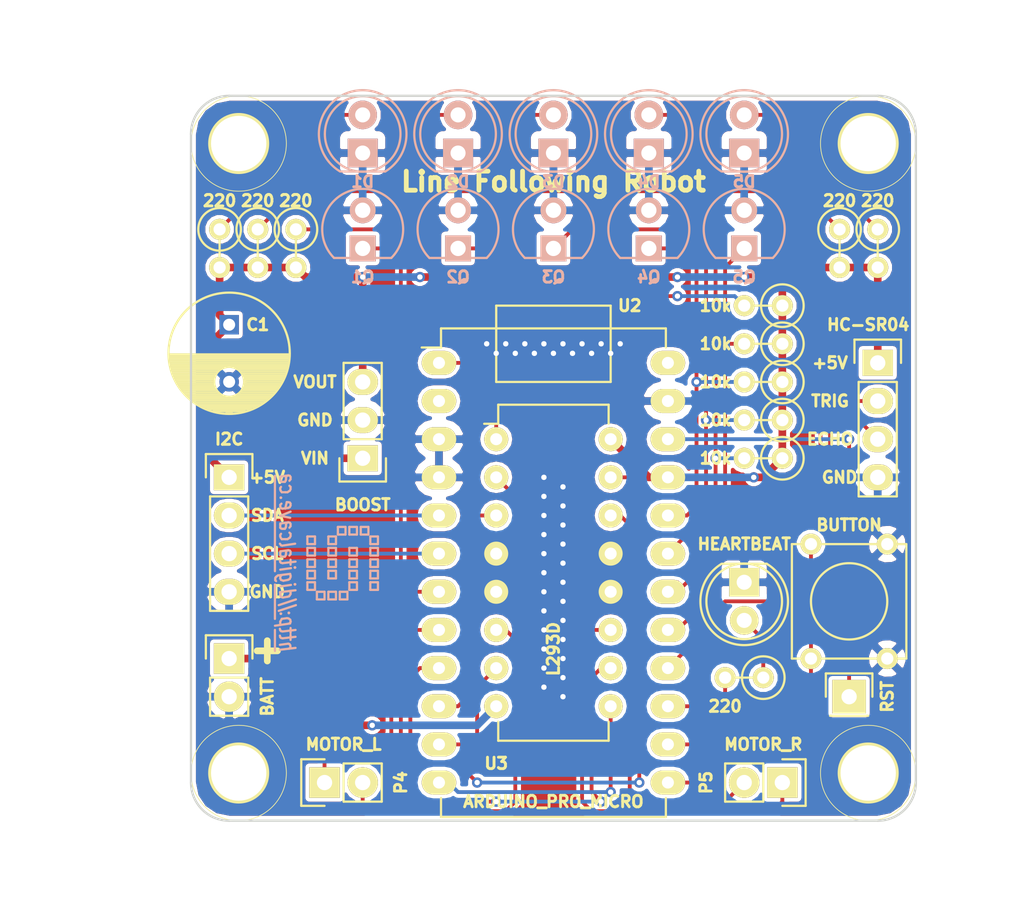
<source format=kicad_pcb>
(kicad_pcb (version 4) (host pcbnew 4.0.5)
  (layers (0 F.Cu signal hide) (31 B.Cu signal) (34 B.Paste user) (35 F.Paste user) (36 B.SilkS user) (37 F.SilkS user) (38 B.Mask user) (39 F.Mask user) (44 Edge.Cuts user))
  (net 0 "")
  (net 1 GND)
  (net 2 "Net-(D1-Pad2)")
  (net 3 "Net-(D2-Pad2)")
  (net 4 "Net-(D3-Pad2)")
  (net 5 "Net-(D4-Pad2)")
  (net 6 "Net-(D5-Pad2)")
  (net 7 "Net-(D6-Pad2)")
  (net 8 +5V)
  (net 9 /SDA)
  (net 10 /SCL)
  (net 11 "Net-(P2-Pad1)")
  (net 12 /DIST_TRIG)
  (net 13 /DIST_ECHO)
  (net 14 "Net-(P4-Pad1)")
  (net 15 "Net-(P4-Pad2)")
  (net 16 "Net-(P5-Pad1)")
  (net 17 "Net-(P5-Pad2)")
  (net 18 /ADC_4)
  (net 19 /ADC_1)
  (net 20 /ADC_2)
  (net 21 /ADC_3)
  (net 22 "Net-(R11-Pad2)")
  (net 23 +BATT)
  (net 24 "Net-(U2-Pad2)")
  (net 25 /MOTOR_R_3A)
  (net 26 /MOTOR_R_4A)
  (net 27 /MOTOR_L_1A)
  (net 28 /MOTOR_L_2A)
  (net 29 /MOTOR_R_EN)
  (net 30 /MOTOR_L_EN)
  (net 31 "Net-(U2-Pad24)")
  (net 32 /ADC_5)
  (net 33 "Net-(SW1-Pad2)")
  (module Pin_Headers:Pin_Header_Straight_1x04 (layer F.Cu) (at 88.9 78.74)
    (fp_text reference P3 hide)
    (fp_text value HC-SR04 (at -0.635 -2.54 180) (layer F.SilkS) (effects (font (size 0.762 0.762) (thickness 0.1905))))
    (fp_text user GND (at -2.54 7.62) (layer F.SilkS) (effects (font (size 0.762 0.762) (thickness 0.1905))))
    (fp_text user ECHO (at -3.175 5.08) (layer F.SilkS) (effects (font (size 0.762 0.762) (thickness 0.1905))))
    (fp_text user TRIG (at -3.175 2.54) (layer F.SilkS) (effects (font (size 0.762 0.762) (thickness 0.1905))))
    (fp_text user +5V (at -3.175 0) (layer F.SilkS) (effects (font (size 0.762 0.762) (thickness 0.1905))))
    (pad 1 thru_hole rect (at 0 0) (size 2.032 1.7272) (drill 1.016) (layers *.Cu *.Mask F.SilkS) (net 8 +5V))
    (pad 2 thru_hole oval (at 0 2.54) (size 2.032 1.7272) (drill 1.016) (layers *.Cu *.Mask F.SilkS) (net 12 /DIST_TRIG))
    (pad 3 thru_hole oval (at 0 5.08) (size 2.032 1.7272) (drill 1.016) (layers *.Cu *.Mask F.SilkS) (net 13 /DIST_ECHO))
    (pad 4 thru_hole oval (at 0 7.62) (size 2.032 1.7272) (drill 1.016) (layers *.Cu *.Mask F.SilkS) (net 1 GND))
  )
  (module Pin_Headers:Pin_Header_Straight_1x04 (layer F.Cu) (at 45.72 86.36)
    (fp_text reference P1 hide)
    (fp_text value I2C (at 0 -2.54) (layer F.SilkS) (effects (font (size 0.762 0.762) (thickness 0.1905))))
    (fp_text user GND (at 2.54 7.62) (layer F.SilkS) (effects (font (size 0.762 0.762) (thickness 0.1905))))
    (fp_text user +5V (at 2.54 0) (layer F.SilkS) (effects (font (size 0.762 0.762) (thickness 0.1905))))
    (fp_text user SCL (at 2.54 5.08) (layer F.SilkS) (effects (font (size 0.762 0.762) (thickness 0.1905))))
    (fp_text user SDA (at 2.54 2.54) (layer F.SilkS) (effects (font (size 0.762 0.762) (thickness 0.1905))))
    (pad 1 thru_hole rect (at 0 0) (size 2.032 1.7272) (drill 1.016) (layers *.Cu *.Mask F.SilkS) (net 8 +5V))
    (pad 2 thru_hole oval (at 0 2.54) (size 2.032 1.7272) (drill 1.016) (layers *.Cu *.Mask F.SilkS) (net 9 /SDA))
    (pad 3 thru_hole oval (at 0 5.08) (size 2.032 1.7272) (drill 1.016) (layers *.Cu *.Mask F.SilkS) (net 10 /SCL))
    (pad 4 thru_hole oval (at 0 7.62) (size 2.032 1.7272) (drill 1.016) (layers *.Cu *.Mask F.SilkS) (net 1 GND))
  )
  (module Pin_Headers:Pin_Header_Straight_1x03 (layer F.Cu) (at 54.61 85.09 180)
    (fp_text reference U1 hide)
    (fp_text value BOOST (at 0 -3.1 180) (layer F.SilkS) (effects (font (size 0.762 0.762) (thickness 0.1905))))
    (fp_text user VOUT (at 3.175 5.08 180) (layer F.SilkS) (effects (font (size 0.762 0.762) (thickness 0.1905))))
    (fp_text user GND (at 3.175 2.54 180) (layer F.SilkS) (effects (font (size 0.762 0.762) (thickness 0.1905))))
    (fp_text user VIN (at 3.175 0 180) (layer F.SilkS) (effects (font (size 0.762 0.762) (thickness 0.1905))))
    (pad 1 thru_hole rect (at 0 0 180) (size 2.032 1.7272) (drill 1.016) (layers *.Cu *.Mask F.SilkS) (net 23 +BATT))
    (pad 2 thru_hole oval (at 0 2.54 180) (size 2.032 1.7272) (drill 1.016) (layers *.Cu *.Mask F.SilkS) (net 1 GND))
    (pad 3 thru_hole oval (at 0 5.08 180) (size 2.032 1.7272) (drill 1.016) (layers *.Cu *.Mask F.SilkS) (net 8 +5V))
  )
  (module Pin_Headers:Pin_Header_Straight_1x02 (layer F.Cu) (at 45.72 98.425)
    (fp_text reference P6 hide)
    (fp_text value BATT (at 2.54 2.54 90) (layer F.SilkS) (effects (font (size 0.762 0.762) (thickness 0.1905))))
    (fp_text user + (at 2.54 -0.635) (layer F.SilkS) (effects (font (size 1.778 1.778) (thickness 0.4445))))
    (pad 1 thru_hole rect (at 0 0) (size 2.032 2.032) (drill 1.016) (layers *.Cu *.Mask F.SilkS) (net 23 +BATT))
    (pad 2 thru_hole oval (at 0 2.54) (size 2.032 2.032) (drill 1.016) (layers *.Cu *.Mask F.SilkS) (net 1 GND))
  )
  (module Housings_DIP:DIP-24_W15.24mm_LongPads (layer F.Cu) (at 59.69 78.74)
    (fp_text reference U2 (at 12.7 -3.81) (layer F.SilkS) (effects (font (size 0.762 0.762) (thickness 0.1905))))
    (fp_text value ARDUINO_PRO_MICRO (at 7.62 29.21) (layer F.SilkS) (effects (font (size 0.762 0.762) (thickness 0.1905))))
    (pad 1 thru_hole oval (at 0 0) (size 2.3 1.6) (drill 0.8) (layers *.Cu *.Mask F.SilkS) (net 30 /MOTOR_L_EN))
    (pad 2 thru_hole oval (at 0 2.54) (size 2.3 1.6) (drill 0.8) (layers *.Cu *.Mask F.SilkS) (net 24 "Net-(U2-Pad2)"))
    (pad 3 thru_hole oval (at 0 5.08) (size 2.3 1.6) (drill 0.8) (layers *.Cu *.Mask F.SilkS) (net 1 GND))
    (pad 4 thru_hole oval (at 0 7.62) (size 2.3 1.6) (drill 0.8) (layers *.Cu *.Mask F.SilkS) (net 1 GND))
    (pad 5 thru_hole oval (at 0 10.16) (size 2.3 1.6) (drill 0.8) (layers *.Cu *.Mask F.SilkS) (net 9 /SDA))
    (pad 6 thru_hole oval (at 0 12.7) (size 2.3 1.6) (drill 0.8) (layers *.Cu *.Mask F.SilkS) (net 10 /SCL))
    (pad 7 thru_hole oval (at 0 15.24) (size 2.3 1.6) (drill 0.8) (layers *.Cu *.Mask F.SilkS) (net 19 /ADC_1))
    (pad 8 thru_hole oval (at 0 17.78) (size 2.3 1.6) (drill 0.8) (layers *.Cu *.Mask F.SilkS) (net 25 /MOTOR_R_3A))
    (pad 9 thru_hole oval (at 0 20.32) (size 2.3 1.6) (drill 0.8) (layers *.Cu *.Mask F.SilkS) (net 26 /MOTOR_R_4A))
    (pad 10 thru_hole oval (at 0 22.86) (size 2.3 1.6) (drill 0.8) (layers *.Cu *.Mask F.SilkS) (net 27 /MOTOR_L_1A))
    (pad 11 thru_hole oval (at 0 25.4) (size 2.3 1.6) (drill 0.8) (layers *.Cu *.Mask F.SilkS) (net 28 /MOTOR_L_2A))
    (pad 12 thru_hole oval (at 0 27.94) (size 2.3 1.6) (drill 0.8) (layers *.Cu *.Mask F.SilkS) (net 29 /MOTOR_R_EN))
    (pad 13 thru_hole oval (at 15.24 27.94) (size 2.3 1.6) (drill 0.8) (layers *.Cu *.Mask F.SilkS) (net 13 /DIST_ECHO))
    (pad 14 thru_hole oval (at 15.24 25.4) (size 2.3 1.6) (drill 0.8) (layers *.Cu *.Mask F.SilkS) (net 33 "Net-(SW1-Pad2)"))
    (pad 15 thru_hole oval (at 15.24 22.86) (size 2.3 1.6) (drill 0.8) (layers *.Cu *.Mask F.SilkS) (net 22 "Net-(R11-Pad2)"))
    (pad 16 thru_hole oval (at 15.24 20.32) (size 2.3 1.6) (drill 0.8) (layers *.Cu *.Mask F.SilkS) (net 12 /DIST_TRIG))
    (pad 17 thru_hole oval (at 15.24 17.78) (size 2.3 1.6) (drill 0.8) (layers *.Cu *.Mask F.SilkS) (net 32 /ADC_5))
    (pad 18 thru_hole oval (at 15.24 15.24) (size 2.3 1.6) (drill 0.8) (layers *.Cu *.Mask F.SilkS) (net 20 /ADC_2))
    (pad 19 thru_hole oval (at 15.24 12.7) (size 2.3 1.6) (drill 0.8) (layers *.Cu *.Mask F.SilkS) (net 21 /ADC_3))
    (pad 20 thru_hole oval (at 15.24 10.16) (size 2.3 1.6) (drill 0.8) (layers *.Cu *.Mask F.SilkS) (net 18 /ADC_4))
    (pad 21 thru_hole oval (at 15.24 7.62) (size 2.3 1.6) (drill 0.8) (layers *.Cu *.Mask F.SilkS) (net 8 +5V))
    (pad 22 thru_hole oval (at 15.24 5.08) (size 2.3 1.6) (drill 0.8) (layers *.Cu *.Mask F.SilkS) (net 11 "Net-(P2-Pad1)"))
    (pad 23 thru_hole oval (at 15.24 2.54) (size 2.3 1.6) (drill 0.8) (layers *.Cu *.Mask F.SilkS) (net 1 GND))
    (pad 24 thru_hole oval (at 15.24 0) (size 2.3 1.6) (drill 0.8) (layers *.Cu *.Mask F.SilkS) (net 31 "Net-(U2-Pad24)"))
  )
  (module Pin_Headers:Pin_Header_Angled_2x01 (layer B.Cu) (at 80.01 69.85 90)
    (fp_text reference Q5 (at -3.175 0 360) (layer B.SilkS) (effects (font (size 0.762 0.762) (thickness 0.1905)) (justify mirror)))
    (fp_text value PHOTO_TRANSISTOR hide)
    (pad 1 thru_hole rect (at -1.27 0 90) (size 1.7272 1.7272) (drill 1.016) (layers *.Cu *.Mask B.SilkS) (net 32 /ADC_5))
    (pad 2 thru_hole oval (at 1.27 0 90) (size 1.7272 1.7272) (drill 1.016) (layers *.Cu *.Mask B.SilkS) (net 1 GND))
  )
  (module Pin_Headers:Pin_Header_Angled_2x01 (layer B.Cu) (at 73.66 69.85 90)
    (fp_text reference Q4 (at -3.175 0 360) (layer B.SilkS) (effects (font (size 0.762 0.762) (thickness 0.1905)) (justify mirror)))
    (fp_text value PHOTO_TRANSISTOR hide)
    (pad 1 thru_hole rect (at -1.27 0 90) (size 1.7272 1.7272) (drill 1.016) (layers *.Cu *.Mask B.SilkS) (net 18 /ADC_4))
    (pad 2 thru_hole oval (at 1.27 0 90) (size 1.7272 1.7272) (drill 1.016) (layers *.Cu *.Mask B.SilkS) (net 1 GND))
  )
  (module Pin_Headers:Pin_Header_Angled_2x01 (layer B.Cu) (at 67.31 69.85 90)
    (fp_text reference Q3 (at -3.175 0 360) (layer B.SilkS) (effects (font (size 0.762 0.762) (thickness 0.1905)) (justify mirror)))
    (fp_text value PHOTO_TRANSISTOR hide)
    (pad 1 thru_hole rect (at -1.27 0 90) (size 1.7272 1.7272) (drill 1.016) (layers *.Cu *.Mask B.SilkS) (net 21 /ADC_3))
    (pad 2 thru_hole oval (at 1.27 0 90) (size 1.7272 1.7272) (drill 1.016) (layers *.Cu *.Mask B.SilkS) (net 1 GND))
  )
  (module Pin_Headers:Pin_Header_Angled_2x01 (layer B.Cu) (at 60.96 69.85 90)
    (fp_text reference Q2 (at -3.175 0 360) (layer B.SilkS) (effects (font (size 0.762 0.762) (thickness 0.1905)) (justify mirror)))
    (fp_text value PHOTO_TRANSISTOR hide)
    (pad 1 thru_hole rect (at -1.27 0 90) (size 1.7272 1.7272) (drill 1.016) (layers *.Cu *.Mask B.SilkS) (net 20 /ADC_2))
    (pad 2 thru_hole oval (at 1.27 0 90) (size 1.7272 1.7272) (drill 1.016) (layers *.Cu *.Mask B.SilkS) (net 1 GND))
  )
  (module Pin_Headers:Pin_Header_Angled_2x01 (layer B.Cu) (at 54.61 69.85 90)
    (fp_text reference Q1 (at -3.175 0 360) (layer B.SilkS) (effects (font (size 0.762 0.762) (thickness 0.1905)) (justify mirror)))
    (fp_text value PHOTO_TRANSISTOR hide)
    (pad 1 thru_hole rect (at -1.27 0 90) (size 1.7272 1.7272) (drill 1.016) (layers *.Cu *.Mask B.SilkS) (net 19 /ADC_1))
    (pad 2 thru_hole oval (at 1.27 0 90) (size 1.7272 1.7272) (drill 1.016) (layers *.Cu *.Mask B.SilkS) (net 1 GND))
  )
  (module LEDs:LED-5MM (layer F.Cu) (at 80.01 93.345 270)
    (fp_text reference D6 hide)
    (fp_text value HEARTBEAT (at -2.54 0 360) (layer F.SilkS) (effects (font (size 0.762 0.762) (thickness 0.1905))))
    (pad 1 thru_hole rect (at 0 0) (size 2 1.9) (drill 1.00076) (layers *.Cu *.Mask F.SilkS) (net 1 GND))
    (pad 2 thru_hole circle (at 2.54 0 270) (size 1.9 1.9) (drill 1.00076) (layers *.Cu *.Mask F.SilkS) (net 7 "Net-(D6-Pad2)"))
  )
  (module DigitalCave:MOUNTING_HOLE_#6 (layer F.Cu) (at 88.265 64.135)
    (fp_text reference MP1 hide)
    (fp_text value MOUNTING_HOLE hide)
    (pad 1 thru_hole circle (at 0 0) (size 4.064 4.064) (drill 3.683) (layers *.Cu *.Mask F.SilkS) (net 1 GND))
  )
  (module DigitalCave:MOUNTING_HOLE_#6 (layer F.Cu) (at 46.355 106.045)
    (fp_text reference MP2 hide)
    (fp_text value MOUNTING_HOLE hide)
    (pad 1 thru_hole circle (at 0 0) (size 4.064 4.064) (drill 3.683) (layers *.Cu *.Mask F.SilkS) (net 1 GND))
  )
  (module DigitalCave:MOUNTING_HOLE_#6 (layer F.Cu) (at 46.355 64.135)
    (fp_text reference MP3 hide)
    (fp_text value MOUNTING_HOLE hide)
    (pad 1 thru_hole circle (at 0 0) (size 4.064 4.064) (drill 3.683) (layers *.Cu *.Mask F.SilkS) (net 1 GND))
  )
  (module DigitalCave:MOUNTING_HOLE_#6 (layer F.Cu) (at 88.265 106.045)
    (fp_text reference MP4 hide)
    (fp_text value MOUNTING_HOLE hide)
    (pad 1 thru_hole circle (at 0 0) (size 4.064 4.064) (drill 3.683) (layers *.Cu *.Mask F.SilkS) (net 1 GND))
  )
  (module Pin_Headers:Pin_Header_Straight_1x01 (layer F.Cu) (at 86.995 100.965)
    (fp_text reference P2 hide)
    (fp_text value RST (at 2.54 0 90) (layer F.SilkS) (effects (font (size 0.762 0.762) (thickness 0.1905))))
    (pad 1 thru_hole rect (at 0 0) (size 2.2352 2.2352) (drill 1.016) (layers *.Cu *.Mask F.SilkS) (net 11 "Net-(P2-Pad1)"))
  )
  (module Pin_Headers:Pin_Header_Straight_1x02 (layer F.Cu) (at 52.07 106.68 90)
    (fp_text reference P4 (at 0 5.08 90) (layer F.SilkS) (effects (font (size 0.762 0.762) (thickness 0.1905))))
    (fp_text value MOTOR_L (at 2.54 1.27 180) (layer F.SilkS) (effects (font (size 0.762 0.762) (thickness 0.1905))))
    (pad 1 thru_hole rect (at 0 0 90) (size 2.032 2.032) (drill 1.016) (layers *.Cu *.Mask F.SilkS) (net 14 "Net-(P4-Pad1)"))
    (pad 2 thru_hole oval (at 0 2.54 90) (size 2.032 2.032) (drill 1.016) (layers *.Cu *.Mask F.SilkS) (net 15 "Net-(P4-Pad2)"))
  )
  (module Pin_Headers:Pin_Header_Straight_1x02 (layer F.Cu) (at 82.55 106.68 270)
    (fp_text reference P5 (at 0 5.08 270) (layer F.SilkS) (effects (font (size 0.762 0.762) (thickness 0.1905))))
    (fp_text value MOTOR_R (at -2.54 1.27 360) (layer F.SilkS) (effects (font (size 0.762 0.762) (thickness 0.1905))))
    (pad 1 thru_hole rect (at 0 0 270) (size 2.032 2.032) (drill 1.016) (layers *.Cu *.Mask F.SilkS) (net 16 "Net-(P5-Pad1)"))
    (pad 2 thru_hole oval (at 0 2.54 270) (size 2.032 2.032) (drill 1.016) (layers *.Cu *.Mask F.SilkS) (net 17 "Net-(P5-Pad2)"))
  )
  (module Housings_DIP:DIP-16_W7.62mm (layer F.Cu) (at 63.5 83.82)
    (fp_text reference U3 (at 0 21.59) (layer F.SilkS) (effects (font (size 0.762 0.762) (thickness 0.1905))))
    (fp_text value L293D (at 3.81 13.97 90) (layer F.SilkS) (effects (font (size 0.762 0.762) (thickness 0.1905))))
    (pad 1 thru_hole oval (at 0 0) (size 1.6 1.6) (drill 0.8) (layers *.Cu *.Mask F.SilkS) (net 30 /MOTOR_L_EN))
    (pad 2 thru_hole oval (at 0 2.54) (size 1.6 1.6) (drill 0.8) (layers *.Cu *.Mask F.SilkS) (net 27 /MOTOR_L_1A))
    (pad 3 thru_hole oval (at 0 5.08) (size 1.6 1.6) (drill 0.8) (layers *.Cu *.Mask F.SilkS) (net 14 "Net-(P4-Pad1)"))
    (pad 4 thru_hole oval (at 0 7.62) (size 1.6 1.6) (drill 0.8) (layers *.Cu *.Mask F.SilkS) (net 1 GND))
    (pad 5 thru_hole oval (at 0 10.16) (size 1.6 1.6) (drill 0.8) (layers *.Cu *.Mask F.SilkS) (net 1 GND))
    (pad 6 thru_hole oval (at 0 12.7) (size 1.6 1.6) (drill 0.8) (layers *.Cu *.Mask F.SilkS) (net 15 "Net-(P4-Pad2)"))
    (pad 7 thru_hole oval (at 0 15.24) (size 1.6 1.6) (drill 0.8) (layers *.Cu *.Mask F.SilkS) (net 28 /MOTOR_L_2A))
    (pad 8 thru_hole oval (at 0 17.78) (size 1.6 1.6) (drill 0.8) (layers *.Cu *.Mask F.SilkS) (net 23 +BATT))
    (pad 9 thru_hole oval (at 7.62 17.78) (size 1.6 1.6) (drill 0.8) (layers *.Cu *.Mask F.SilkS) (net 29 /MOTOR_R_EN))
    (pad 10 thru_hole oval (at 7.62 15.24) (size 1.6 1.6) (drill 0.8) (layers *.Cu *.Mask F.SilkS) (net 25 /MOTOR_R_3A))
    (pad 11 thru_hole oval (at 7.62 12.7) (size 1.6 1.6) (drill 0.8) (layers *.Cu *.Mask F.SilkS) (net 16 "Net-(P5-Pad1)"))
    (pad 12 thru_hole oval (at 7.62 10.16) (size 1.6 1.6) (drill 0.8) (layers *.Cu *.Mask F.SilkS) (net 1 GND))
    (pad 13 thru_hole oval (at 7.62 7.62) (size 1.6 1.6) (drill 0.8) (layers *.Cu *.Mask F.SilkS) (net 1 GND))
    (pad 14 thru_hole oval (at 7.62 5.08) (size 1.6 1.6) (drill 0.8) (layers *.Cu *.Mask F.SilkS) (net 17 "Net-(P5-Pad2)"))
    (pad 15 thru_hole oval (at 7.62 2.54) (size 1.6 1.6) (drill 0.8) (layers *.Cu *.Mask F.SilkS) (net 26 /MOTOR_R_4A))
    (pad 16 thru_hole oval (at 7.62 0) (size 1.6 1.6) (drill 0.8) (layers *.Cu *.Mask F.SilkS) (net 8 +5V))
  )
  (module LEDs:LED-5MM (layer B.Cu) (at 54.61 64.77 90)
    (fp_text reference D1 (at -1.905 0 360) (layer B.SilkS) (effects (font (size 0.762 0.762) (thickness 0.1905)) (justify mirror)))
    (fp_text value IR_LED hide)
    (pad 1 thru_hole rect (at 0 0) (size 2 1.9) (drill 1.00076) (layers *.Cu *.Mask B.SilkS) (net 1 GND))
    (pad 2 thru_hole circle (at 2.54 0 90) (size 1.9 1.9) (drill 1.00076) (layers *.Cu *.Mask B.SilkS) (net 2 "Net-(D1-Pad2)"))
  )
  (module LEDs:LED-5MM (layer B.Cu) (at 60.96 64.77 90)
    (fp_text reference D2 (at -1.905 0 360) (layer B.SilkS) (effects (font (size 0.762 0.762) (thickness 0.1905)) (justify mirror)))
    (fp_text value IR_LED hide)
    (pad 1 thru_hole rect (at 0 0) (size 2 1.9) (drill 1.00076) (layers *.Cu *.Mask B.SilkS) (net 1 GND))
    (pad 2 thru_hole circle (at 2.54 0 90) (size 1.9 1.9) (drill 1.00076) (layers *.Cu *.Mask B.SilkS) (net 3 "Net-(D2-Pad2)"))
  )
  (module LEDs:LED-5MM (layer B.Cu) (at 73.66 64.77 90)
    (fp_text reference D4 (at -1.905 0 360) (layer B.SilkS) (effects (font (size 0.762 0.762) (thickness 0.1905)) (justify mirror)))
    (fp_text value IR_LED hide)
    (pad 1 thru_hole rect (at 0 0) (size 2 1.9) (drill 1.00076) (layers *.Cu *.Mask B.SilkS) (net 1 GND))
    (pad 2 thru_hole circle (at 2.54 0 90) (size 1.9 1.9) (drill 1.00076) (layers *.Cu *.Mask B.SilkS) (net 5 "Net-(D4-Pad2)"))
  )
  (module LEDs:LED-5MM (layer B.Cu) (at 80.01 64.77 90)
    (fp_text reference D5 (at -1.905 0 360) (layer B.SilkS) (effects (font (size 0.762 0.762) (thickness 0.1905)) (justify mirror)))
    (fp_text value IR_LED hide)
    (pad 1 thru_hole rect (at 0 0) (size 2 1.9) (drill 1.00076) (layers *.Cu *.Mask B.SilkS) (net 1 GND))
    (pad 2 thru_hole circle (at 2.54 0 90) (size 1.9 1.9) (drill 1.00076) (layers *.Cu *.Mask B.SilkS) (net 6 "Net-(D5-Pad2)"))
  )
  (module LEDs:LED-5MM (layer B.Cu) (at 67.31 64.77 90)
    (fp_text reference D3 (at -1.905 0 360) (layer B.SilkS) (effects (font (size 0.762 0.762) (thickness 0.1905)) (justify mirror)))
    (fp_text value IR_LED hide)
    (pad 1 thru_hole rect (at 0 0) (size 2 1.9) (drill 1.00076) (layers *.Cu *.Mask B.SilkS) (net 1 GND))
    (pad 2 thru_hole circle (at 2.54 0 90) (size 1.9 1.9) (drill 1.00076) (layers *.Cu *.Mask B.SilkS) (net 4 "Net-(D3-Pad2)"))
  )
  (module Discret:R1 (layer F.Cu) (at 45.085 71.12 270)
    (fp_text reference R1 hide)
    (fp_text value 220 (at -3.175 0 360) (layer F.SilkS) (effects (font (size 0.762 0.762) (thickness 0.1905))))
    (pad 1 thru_hole circle (at -1.27 0 270) (size 1.397 1.397) (drill 0.8128) (layers *.Cu *.Mask F.SilkS) (net 2 "Net-(D1-Pad2)"))
    (pad 2 thru_hole circle (at 1.27 0 270) (size 1.397 1.397) (drill 0.8128) (layers *.Cu *.Mask F.SilkS) (net 8 +5V))
  )
  (module Discret:R1 (layer F.Cu) (at 47.625 71.12 270)
    (fp_text reference R2 hide)
    (fp_text value 220 (at -3.175 0 360) (layer F.SilkS) (effects (font (size 0.762 0.762) (thickness 0.1905))))
    (pad 1 thru_hole circle (at -1.27 0 270) (size 1.397 1.397) (drill 0.8128) (layers *.Cu *.Mask F.SilkS) (net 3 "Net-(D2-Pad2)"))
    (pad 2 thru_hole circle (at 1.27 0 270) (size 1.397 1.397) (drill 0.8128) (layers *.Cu *.Mask F.SilkS) (net 8 +5V))
  )
  (module Discret:R1 (layer F.Cu) (at 50.165 71.12 270)
    (fp_text reference R3 hide)
    (fp_text value 220 (at -3.175 0 360) (layer F.SilkS) (effects (font (size 0.762 0.762) (thickness 0.1905))))
    (pad 1 thru_hole circle (at -1.27 0 270) (size 1.397 1.397) (drill 0.8128) (layers *.Cu *.Mask F.SilkS) (net 4 "Net-(D3-Pad2)"))
    (pad 2 thru_hole circle (at 1.27 0 270) (size 1.397 1.397) (drill 0.8128) (layers *.Cu *.Mask F.SilkS) (net 8 +5V))
  )
  (module Discret:R1 (layer F.Cu) (at 86.36 71.12 270)
    (fp_text reference R4 hide)
    (fp_text value 220 (at -3.175 0 360) (layer F.SilkS) (effects (font (size 0.762 0.762) (thickness 0.1905))))
    (pad 1 thru_hole circle (at -1.27 0 270) (size 1.397 1.397) (drill 0.8128) (layers *.Cu *.Mask F.SilkS) (net 5 "Net-(D4-Pad2)"))
    (pad 2 thru_hole circle (at 1.27 0 270) (size 1.397 1.397) (drill 0.8128) (layers *.Cu *.Mask F.SilkS) (net 8 +5V))
  )
  (module Discret:R1 (layer F.Cu) (at 88.9 71.12 270)
    (fp_text reference R5 hide)
    (fp_text value 220 (at -3.175 0 360) (layer F.SilkS) (effects (font (size 0.762 0.762) (thickness 0.1905))))
    (pad 1 thru_hole circle (at -1.27 0 270) (size 1.397 1.397) (drill 0.8128) (layers *.Cu *.Mask F.SilkS) (net 6 "Net-(D5-Pad2)"))
    (pad 2 thru_hole circle (at 1.27 0 270) (size 1.397 1.397) (drill 0.8128) (layers *.Cu *.Mask F.SilkS) (net 8 +5V))
  )
  (module Discret:R1 (layer F.Cu) (at 81.28 77.47 180)
    (fp_text reference R6 hide)
    (fp_text value 10k (at 3.175 0 180) (layer F.SilkS) (effects (font (size 0.762 0.762) (thickness 0.1905))))
    (pad 1 thru_hole circle (at -1.27 0 180) (size 1.397 1.397) (drill 0.8128) (layers *.Cu *.Mask F.SilkS) (net 8 +5V))
    (pad 2 thru_hole circle (at 1.27 0 180) (size 1.397 1.397) (drill 0.8128) (layers *.Cu *.Mask F.SilkS) (net 32 /ADC_5))
  )
  (module Discret:R1 (layer F.Cu) (at 81.28 74.93 180)
    (fp_text reference R7 hide)
    (fp_text value 10k (at 3.175 0 180) (layer F.SilkS) (effects (font (size 0.762 0.762) (thickness 0.1905))))
    (pad 1 thru_hole circle (at -1.27 0 180) (size 1.397 1.397) (drill 0.8128) (layers *.Cu *.Mask F.SilkS) (net 8 +5V))
    (pad 2 thru_hole circle (at 1.27 0 180) (size 1.397 1.397) (drill 0.8128) (layers *.Cu *.Mask F.SilkS) (net 19 /ADC_1))
  )
  (module Discret:R1 (layer F.Cu) (at 81.28 85.09 180)
    (fp_text reference R8 hide)
    (fp_text value 10k (at 3.175 0 180) (layer F.SilkS) (effects (font (size 0.762 0.762) (thickness 0.1905))))
    (pad 1 thru_hole circle (at -1.27 0 180) (size 1.397 1.397) (drill 0.8128) (layers *.Cu *.Mask F.SilkS) (net 8 +5V))
    (pad 2 thru_hole circle (at 1.27 0 180) (size 1.397 1.397) (drill 0.8128) (layers *.Cu *.Mask F.SilkS) (net 20 /ADC_2))
  )
  (module Discret:R1 (layer F.Cu) (at 81.28 82.55 180)
    (fp_text reference R9 hide)
    (fp_text value 10k (at 3.175 0 180) (layer F.SilkS) (effects (font (size 0.762 0.762) (thickness 0.1905))))
    (pad 1 thru_hole circle (at -1.27 0 180) (size 1.397 1.397) (drill 0.8128) (layers *.Cu *.Mask F.SilkS) (net 8 +5V))
    (pad 2 thru_hole circle (at 1.27 0 180) (size 1.397 1.397) (drill 0.8128) (layers *.Cu *.Mask F.SilkS) (net 21 /ADC_3))
  )
  (module Discret:R1 (layer F.Cu) (at 81.28 80.01 180)
    (fp_text reference R10 hide)
    (fp_text value 10k (at 3.175 0 180) (layer F.SilkS) (effects (font (size 0.762 0.762) (thickness 0.1905))))
    (pad 1 thru_hole circle (at -1.27 0 180) (size 1.397 1.397) (drill 0.8128) (layers *.Cu *.Mask F.SilkS) (net 8 +5V))
    (pad 2 thru_hole circle (at 1.27 0 180) (size 1.397 1.397) (drill 0.8128) (layers *.Cu *.Mask F.SilkS) (net 18 /ADC_4))
  )
  (module Discret:R1 (layer F.Cu) (at 80.01 99.695 180)
    (fp_text reference R11 hide)
    (fp_text value 220 (at 1.27 -1.905 180) (layer F.SilkS) (effects (font (size 0.762 0.762) (thickness 0.1905))))
    (pad 1 thru_hole circle (at -1.27 0 180) (size 1.397 1.397) (drill 0.8128) (layers *.Cu *.Mask F.SilkS) (net 7 "Net-(D6-Pad2)"))
    (pad 2 thru_hole circle (at 1.27 0 180) (size 1.397 1.397) (drill 0.8128) (layers *.Cu *.Mask F.SilkS) (net 22 "Net-(R11-Pad2)"))
  )
  (module DigitalCave:DIGITALCAVE_LOGO (layer B.Cu) (at 53.34 92.075 90)
    (fp_text reference MP5 hide)
    (fp_text value GRAPHIC hide)
  )
  (module DigitalCave:DIGITALCAVE_URL (layer B.Cu) (at 49.53 92.075 90)
    (fp_text reference MP6 hide)
    (fp_text value GRAPHIC hide)
  )
  (module Buttons_Switches_ThroughHole:SW_PUSH_SMALL (layer F.Cu) (at 86.995 94.615 270)
    (fp_text reference SW1 hide)
    (fp_text value BUTTON (at -5.08 0 360) (layer F.SilkS) (effects (font (size 0.762 0.762) (thickness 0.1905))))
    (pad 1 thru_hole circle (at 3.81 -2.54 270) (size 1.397 1.397) (drill 0.8128) (layers *.Cu *.Mask F.SilkS) (net 1 GND))
    (pad 2 thru_hole circle (at 3.81 2.54 270) (size 1.397 1.397) (drill 0.8128) (layers *.Cu *.Mask F.SilkS) (net 33 "Net-(SW1-Pad2)"))
    (pad 1 thru_hole circle (at -3.81 -2.54 270) (size 1.397 1.397) (drill 0.8128) (layers *.Cu *.Mask F.SilkS) (net 1 GND))
    (pad 2 thru_hole circle (at -3.81 2.54 270) (size 1.397 1.397) (drill 0.8128) (layers *.Cu *.Mask F.SilkS) (net 33 "Net-(SW1-Pad2)"))
  )
  (module Capacitors_THT:C_Radial_D8_L13_P3.8 (layer F.Cu) (at 45.72 76.2 270)
    (fp_text reference C1 (at 0 -1.905 360) (layer F.SilkS) (effects (font (size 0.762 0.762) (thickness 0.1905))))
    (fp_text value CAP hide)
    (pad 1 thru_hole rect (at 0 0 270) (size 1.3 1.3) (drill 0.8) (layers *.Cu *.Mask) (net 8 +5V))
    (pad 2 thru_hole circle (at 3.8 0 270) (size 1.3 1.3) (drill 0.8) (layers *.Cu *.Mask) (net 1 GND))
  )
  (gr_line (start 91.44 63.5) (end 91.44 106.68) (angle 90) (layer Edge.Cuts) (width 0.15))
  (gr_line (start 45.72 60.96) (end 88.9 60.96) (angle 90) (layer Edge.Cuts) (width 0.15))
  (gr_line (start 43.18 106.68) (end 43.18 63.5) (angle 90) (layer Edge.Cuts) (width 0.15))
  (gr_line (start 88.9 109.22) (end 45.72 109.22) (angle 90) (layer Edge.Cuts) (width 0.15))
  (gr_arc (start 88.9 63.5) (end 88.9 60.96) (angle 90) (layer Edge.Cuts) (width 0.15))
  (gr_arc (start 88.9 106.68) (end 91.44 106.68) (angle 90) (layer Edge.Cuts) (width 0.15))
  (gr_arc (start 45.72 106.68) (end 45.72 109.22) (angle 90) (layer Edge.Cuts) (width 0.15))
  (gr_arc (start 45.72 63.5) (end 43.18 63.5) (angle 90) (layer Edge.Cuts) (width 0.15))
  (gr_text "Line Following Robot" (at 67.31 66.675) (layer F.SilkS) (effects (font (size 1.27 1.27) (thickness 0.3175))))
  (segment (start 62.865 77.47) (end 63.5 78.105) (width 0.254) (layer F.Cu) (net 1))
  (segment (start 67.945 81.28) (end 71.755 77.47) (width 0.254) (layer F.Cu) (net 1))
  (via (at 71.755 77.47) (size 0.6858) (drill 0.3556) (layers F.Cu B.Cu) (net 1))
  (segment (start 71.755 77.47) (end 70.485 77.47) (width 0.254) (layer B.Cu) (net 1))
  (via (at 70.485 77.47) (size 0.6858) (drill 0.3556) (layers F.Cu B.Cu) (net 1))
  (segment (start 70.485 77.47) (end 69.215 77.47) (width 0.254) (layer F.Cu) (net 1))
  (via (at 69.215 77.47) (size 0.6858) (drill 0.3556) (layers F.Cu B.Cu) (net 1))
  (segment (start 69.215 77.47) (end 67.945 77.47) (width 0.254) (layer B.Cu) (net 1))
  (via (at 67.945 77.47) (size 0.6858) (drill 0.3556) (layers F.Cu B.Cu) (net 1))
  (segment (start 67.945 77.47) (end 66.675 77.47) (width 0.254) (layer F.Cu) (net 1))
  (via (at 66.675 77.47) (size 0.6858) (drill 0.3556) (layers F.Cu B.Cu) (net 1))
  (segment (start 66.675 77.47) (end 65.405 77.47) (width 0.254) (layer B.Cu) (net 1))
  (via (at 65.405 77.47) (size 0.6858) (drill 0.3556) (layers F.Cu B.Cu) (net 1))
  (segment (start 65.405 77.47) (end 64.135 77.47) (width 0.254) (layer F.Cu) (net 1))
  (via (at 64.135 77.47) (size 0.6858) (drill 0.3556) (layers F.Cu B.Cu) (net 1))
  (segment (start 64.135 77.47) (end 62.865 77.47) (width 0.254) (layer B.Cu) (net 1))
  (via (at 62.865 77.47) (size 0.6858) (drill 0.3556) (layers F.Cu B.Cu) (net 1))
  (segment (start 67.945 86.995) (end 67.945 81.28) (width 0.254) (layer F.Cu) (net 1))
  (via (at 71.12 78.105) (size 0.6858) (drill 0.3556) (layers F.Cu B.Cu) (net 1))
  (segment (start 69.85 78.105) (end 71.12 78.105) (width 0.254) (layer F.Cu) (net 1))
  (via (at 69.85 78.105) (size 0.6858) (drill 0.3556) (layers F.Cu B.Cu) (net 1))
  (segment (start 68.58 78.105) (end 69.85 78.105) (width 0.254) (layer B.Cu) (net 1))
  (via (at 68.58 78.105) (size 0.6858) (drill 0.3556) (layers F.Cu B.Cu) (net 1))
  (segment (start 67.31 78.105) (end 68.58 78.105) (width 0.254) (layer F.Cu) (net 1))
  (via (at 67.31 78.105) (size 0.6858) (drill 0.3556) (layers F.Cu B.Cu) (net 1))
  (segment (start 66.04 78.105) (end 67.31 78.105) (width 0.254) (layer B.Cu) (net 1))
  (via (at 66.04 78.105) (size 0.6858) (drill 0.3556) (layers F.Cu B.Cu) (net 1))
  (segment (start 64.77 78.105) (end 66.04 78.105) (width 0.254) (layer F.Cu) (net 1))
  (via (at 64.77 78.105) (size 0.6858) (drill 0.3556) (layers F.Cu B.Cu) (net 1))
  (segment (start 63.5 78.105) (end 64.77 78.105) (width 0.254) (layer B.Cu) (net 1))
  (via (at 63.5 78.105) (size 0.6858) (drill 0.3556) (layers F.Cu B.Cu) (net 1))
  (segment (start 63.5 93.98) (end 66.675 93.98) (width 0.254) (layer F.Cu) (net 1))
  (via (at 66.675 95.25) (size 0.6858) (drill 0.3556) (layers F.Cu B.Cu) (net 1))
  (segment (start 66.675 96.52) (end 66.675 95.25) (width 0.254) (layer B.Cu) (net 1))
  (via (at 66.675 96.52) (size 0.6858) (drill 0.3556) (layers F.Cu B.Cu) (net 1))
  (segment (start 66.675 97.79) (end 66.675 96.52) (width 0.254) (layer F.Cu) (net 1))
  (via (at 66.675 97.79) (size 0.6858) (drill 0.3556) (layers F.Cu B.Cu) (net 1))
  (segment (start 66.675 99.06) (end 66.675 97.79) (width 0.254) (layer B.Cu) (net 1))
  (via (at 66.675 99.06) (size 0.6858) (drill 0.3556) (layers F.Cu B.Cu) (net 1))
  (segment (start 66.675 100.33) (end 66.675 99.06) (width 0.254) (layer F.Cu) (net 1))
  (via (at 66.675 100.33) (size 0.6858) (drill 0.3556) (layers F.Cu B.Cu) (net 1))
  (segment (start 67.31 100.33) (end 66.675 100.33) (width 0.254) (layer B.Cu) (net 1))
  (segment (start 67.945 100.965) (end 67.31 100.33) (width 0.254) (layer B.Cu) (net 1))
  (via (at 67.945 100.965) (size 0.6858) (drill 0.3556) (layers F.Cu B.Cu) (net 1))
  (segment (start 67.945 99.695) (end 67.945 100.965) (width 0.254) (layer F.Cu) (net 1))
  (via (at 67.945 99.695) (size 0.6858) (drill 0.3556) (layers F.Cu B.Cu) (net 1))
  (segment (start 67.945 98.425) (end 67.945 99.695) (width 0.254) (layer B.Cu) (net 1))
  (via (at 67.945 98.425) (size 0.6858) (drill 0.3556) (layers F.Cu B.Cu) (net 1))
  (segment (start 67.945 97.155) (end 67.945 98.425) (width 0.254) (layer F.Cu) (net 1))
  (via (at 67.945 97.155) (size 0.6858) (drill 0.3556) (layers F.Cu B.Cu) (net 1))
  (segment (start 67.945 95.885) (end 67.945 97.155) (width 0.254) (layer B.Cu) (net 1))
  (via (at 67.945 95.885) (size 0.6858) (drill 0.3556) (layers F.Cu B.Cu) (net 1))
  (segment (start 67.945 94.615) (end 67.945 95.885) (width 0.254) (layer F.Cu) (net 1))
  (via (at 67.945 94.615) (size 0.6858) (drill 0.3556) (layers F.Cu B.Cu) (net 1))
  (segment (start 67.945 93.345) (end 67.945 94.615) (width 0.254) (layer B.Cu) (net 1))
  (via (at 67.945 93.345) (size 0.6858) (drill 0.3556) (layers F.Cu B.Cu) (net 1))
  (segment (start 67.945 92.075) (end 67.945 93.345) (width 0.254) (layer F.Cu) (net 1))
  (via (at 67.945 92.075) (size 0.6858) (drill 0.3556) (layers F.Cu B.Cu) (net 1))
  (segment (start 67.945 90.805) (end 67.945 92.075) (width 0.254) (layer B.Cu) (net 1))
  (via (at 67.945 90.805) (size 0.6858) (drill 0.3556) (layers F.Cu B.Cu) (net 1))
  (segment (start 67.945 89.535) (end 67.945 90.805) (width 0.254) (layer F.Cu) (net 1))
  (via (at 67.945 89.535) (size 0.6858) (drill 0.3556) (layers F.Cu B.Cu) (net 1))
  (segment (start 67.945 88.265) (end 67.945 89.535) (width 0.254) (layer B.Cu) (net 1))
  (via (at 67.945 88.265) (size 0.6858) (drill 0.3556) (layers F.Cu B.Cu) (net 1))
  (segment (start 67.945 86.995) (end 67.945 88.265) (width 0.254) (layer F.Cu) (net 1))
  (via (at 67.945 86.995) (size 0.6858) (drill 0.3556) (layers F.Cu B.Cu) (net 1))
  (segment (start 67.31 86.995) (end 67.945 86.995) (width 0.254) (layer B.Cu) (net 1))
  (segment (start 66.675 86.36) (end 67.31 86.995) (width 0.254) (layer B.Cu) (net 1))
  (via (at 66.675 86.36) (size 0.6858) (drill 0.3556) (layers F.Cu B.Cu) (net 1))
  (segment (start 66.675 87.63) (end 66.675 86.36) (width 0.254) (layer F.Cu) (net 1))
  (via (at 66.675 87.63) (size 0.6858) (drill 0.3556) (layers F.Cu B.Cu) (net 1))
  (segment (start 66.675 88.9) (end 66.675 87.63) (width 0.254) (layer B.Cu) (net 1))
  (via (at 66.675 88.9) (size 0.6858) (drill 0.3556) (layers F.Cu B.Cu) (net 1))
  (segment (start 66.675 90.17) (end 66.675 88.9) (width 0.254) (layer F.Cu) (net 1))
  (via (at 66.675 90.17) (size 0.6858) (drill 0.3556) (layers F.Cu B.Cu) (net 1))
  (segment (start 66.675 91.44) (end 66.675 90.17) (width 0.254) (layer B.Cu) (net 1))
  (via (at 66.675 91.44) (size 0.6858) (drill 0.3556) (layers F.Cu B.Cu) (net 1))
  (segment (start 66.675 92.71) (end 66.675 91.44) (width 0.254) (layer F.Cu) (net 1))
  (via (at 66.675 92.71) (size 0.6858) (drill 0.3556) (layers F.Cu B.Cu) (net 1))
  (segment (start 66.675 93.98) (end 66.675 92.71) (width 0.254) (layer B.Cu) (net 1))
  (via (at 66.675 93.98) (size 0.6858) (drill 0.3556) (layers F.Cu B.Cu) (net 1))
  (segment (start 54.61 62.23) (end 52.705 62.23) (width 0.254) (layer F.Cu) (net 2))
  (segment (start 52.705 62.23) (end 45.085 69.85) (width 0.254) (layer F.Cu) (net 2))
  (segment (start 47.625 69.85) (end 50.165 67.31) (width 0.254) (layer F.Cu) (net 3))
  (segment (start 59.69 62.23) (end 60.96 62.23) (width 0.254) (layer F.Cu) (net 3))
  (segment (start 58.42 63.5) (end 59.69 62.23) (width 0.254) (layer F.Cu) (net 3))
  (segment (start 58.42 66.04) (end 58.42 63.5) (width 0.254) (layer F.Cu) (net 3))
  (segment (start 57.15 67.31) (end 58.42 66.04) (width 0.254) (layer F.Cu) (net 3))
  (segment (start 50.165 67.31) (end 57.15 67.31) (width 0.254) (layer F.Cu) (net 3))
  (segment (start 50.165 69.85) (end 57.15 69.85) (width 0.254) (layer F.Cu) (net 4))
  (segment (start 66.04 62.23) (end 67.31 62.23) (width 0.254) (layer F.Cu) (net 4))
  (segment (start 64.77 63.5) (end 66.04 62.23) (width 0.254) (layer F.Cu) (net 4))
  (segment (start 64.77 64.77) (end 64.77 63.5) (width 0.254) (layer F.Cu) (net 4))
  (segment (start 62.23 67.31) (end 64.77 64.77) (width 0.254) (layer F.Cu) (net 4))
  (segment (start 59.69 67.31) (end 62.23 67.31) (width 0.254) (layer F.Cu) (net 4))
  (segment (start 57.15 69.85) (end 59.69 67.31) (width 0.254) (layer F.Cu) (net 4))
  (segment (start 78.74 67.31) (end 83.82 67.31) (width 0.254) (layer F.Cu) (net 5))
  (segment (start 76.2 62.23) (end 77.47 63.5) (width 0.254) (layer F.Cu) (net 5))
  (segment (start 77.47 63.5) (end 77.47 66.04) (width 0.254) (layer F.Cu) (net 5))
  (segment (start 77.47 66.04) (end 78.74 67.31) (width 0.254) (layer F.Cu) (net 5))
  (segment (start 73.66 62.23) (end 76.2 62.23) (width 0.254) (layer F.Cu) (net 5))
  (segment (start 83.82 67.31) (end 86.36 69.85) (width 0.254) (layer F.Cu) (net 5))
  (segment (start 80.01 62.23) (end 81.28 62.23) (width 0.254) (layer F.Cu) (net 6))
  (segment (start 81.28 62.23) (end 88.9 69.85) (width 0.254) (layer F.Cu) (net 6))
  (segment (start 81.28 99.695) (end 81.28 97.155) (width 0.254) (layer F.Cu) (net 7))
  (segment (start 81.28 97.155) (end 80.01 95.885) (width 0.254) (layer F.Cu) (net 7))
  (via (at 80.645 86.36) (size 0.6858) (drill 0.3556) (layers F.Cu B.Cu) (net 8))
  (segment (start 82.55 85.09) (end 81.28 86.36) (width 0.508) (layer F.Cu) (net 8))
  (segment (start 81.28 86.36) (end 80.645 86.36) (width 0.508) (layer F.Cu) (net 8))
  (segment (start 82.55 73.025) (end 80.01 73.025) (width 0.508) (layer F.Cu) (net 8))
  (via (at 80.01 73.025) (size 0.6858) (drill 0.3556) (layers F.Cu B.Cu) (net 8))
  (via (at 58.42 73.025) (size 0.6858) (drill 0.3556) (layers F.Cu B.Cu) (net 8))
  (via (at 75.565 73.025) (size 0.6858) (drill 0.3556) (layers F.Cu B.Cu) (net 8))
  (segment (start 58.42 73.025) (end 75.565 73.025) (width 0.508) (layer F.Cu) (net 8))
  (segment (start 80.01 73.025) (end 75.565 73.025) (width 0.508) (layer B.Cu) (net 8))
  (segment (start 58.42 73.025) (end 54.61 73.025) (width 0.508) (layer B.Cu) (net 8))
  (segment (start 82.55 74.93) (end 82.55 73.025) (width 0.508) (layer F.Cu) (net 8))
  (segment (start 83.185 72.39) (end 86.36 72.39) (width 0.508) (layer F.Cu) (net 8))
  (segment (start 82.55 73.025) (end 83.185 72.39) (width 0.508) (layer F.Cu) (net 8))
  (segment (start 54.61 73.025) (end 50.8 73.025) (width 0.508) (layer F.Cu) (net 8))
  (segment (start 50.8 73.025) (end 50.165 72.39) (width 0.508) (layer F.Cu) (net 8))
  (via (at 54.61 73.025) (size 0.6858) (drill 0.3556) (layers F.Cu B.Cu) (net 8))
  (segment (start 54.61 73.025) (end 54.61 80.01) (width 0.508) (layer F.Cu) (net 8))
  (segment (start 45.085 72.39) (end 45.085 75.565) (width 0.508) (layer F.Cu) (net 8))
  (segment (start 45.085 75.565) (end 45.72 76.2) (width 0.508) (layer F.Cu) (net 8))
  (segment (start 45.72 86.36) (end 44.45 85.09) (width 0.508) (layer F.Cu) (net 8))
  (segment (start 44.45 77.47) (end 45.72 76.2) (width 0.508) (layer F.Cu) (net 8))
  (segment (start 44.45 85.09) (end 44.45 77.47) (width 0.508) (layer F.Cu) (net 8))
  (segment (start 45.085 85.725) (end 45.72 86.36) (width 0.508) (layer F.Cu) (net 8))
  (segment (start 47.625 72.39) (end 50.165 72.39) (width 0.508) (layer F.Cu) (net 8))
  (segment (start 45.085 72.39) (end 47.625 72.39) (width 0.508) (layer F.Cu) (net 8))
  (segment (start 74.93 86.36) (end 80.645 86.36) (width 0.508) (layer B.Cu) (net 8))
  (segment (start 82.55 77.47) (end 82.55 74.93) (width 0.508) (layer F.Cu) (net 8))
  (segment (start 88.9 72.39) (end 86.36 72.39) (width 0.508) (layer F.Cu) (net 8))
  (segment (start 82.55 80.01) (end 82.55 78.74) (width 0.508) (layer F.Cu) (net 8))
  (segment (start 82.55 78.74) (end 82.55 77.47) (width 0.508) (layer F.Cu) (net 8))
  (segment (start 88.9 78.74) (end 88.9 72.39) (width 0.508) (layer F.Cu) (net 8))
  (segment (start 82.55 80.01) (end 82.55 82.55) (width 0.508) (layer F.Cu) (net 8))
  (segment (start 82.55 85.09) (end 82.55 82.55) (width 0.508) (layer F.Cu) (net 8))
  (segment (start 71.12 83.82) (end 73.66 86.36) (width 0.508) (layer F.Cu) (net 8))
  (segment (start 73.66 86.36) (end 74.93 86.36) (width 0.508) (layer F.Cu) (net 8))
  (segment (start 59.69 88.9) (end 45.72 88.9) (width 0.254) (layer B.Cu) (net 9))
  (segment (start 59.69 91.44) (end 45.72 91.44) (width 0.254) (layer B.Cu) (net 10))
  (segment (start 74.93 83.82) (end 86.995 83.82) (width 0.254) (layer B.Cu) (net 11))
  (segment (start 86.995 83.82) (end 86.995 100.965) (width 0.254) (layer F.Cu) (net 11))
  (via (at 86.995 83.82) (size 0.6858) (drill 0.3556) (layers F.Cu B.Cu) (net 11))
  (segment (start 74.168 83.82) (end 74.93 83.82) (width 0.254) (layer F.Cu) (net 11))
  (segment (start 78.74 94.615) (end 77.47 95.885) (width 0.254) (layer F.Cu) (net 12))
  (segment (start 85.09 87.63) (end 85.09 81.915) (width 0.254) (layer F.Cu) (net 12))
  (segment (start 85.09 81.915) (end 85.725 81.28) (width 0.254) (layer F.Cu) (net 12))
  (segment (start 88.9 81.28) (end 85.725 81.28) (width 0.254) (layer F.Cu) (net 12))
  (segment (start 78.74 94.615) (end 81.915 94.615) (width 0.254) (layer F.Cu) (net 12))
  (segment (start 82.55 90.17) (end 82.55 93.98) (width 0.254) (layer F.Cu) (net 12))
  (segment (start 82.55 93.98) (end 81.915 94.615) (width 0.254) (layer F.Cu) (net 12))
  (segment (start 85.09 87.63) (end 82.55 90.17) (width 0.254) (layer F.Cu) (net 12))
  (segment (start 77.47 96.52) (end 74.93 99.06) (width 0.254) (layer F.Cu) (net 12))
  (segment (start 77.47 95.885) (end 77.47 96.52) (width 0.254) (layer F.Cu) (net 12))
  (segment (start 84.455 104.775) (end 85.09 104.14) (width 0.254) (layer F.Cu) (net 13))
  (segment (start 87.63 82.55) (end 88.9 83.82) (width 0.254) (layer F.Cu) (net 13))
  (segment (start 86.36 82.55) (end 87.63 82.55) (width 0.254) (layer F.Cu) (net 13))
  (segment (start 85.725 83.185) (end 86.36 82.55) (width 0.254) (layer F.Cu) (net 13))
  (segment (start 85.725 99.06) (end 85.725 83.185) (width 0.254) (layer F.Cu) (net 13))
  (segment (start 85.09 99.695) (end 85.725 99.06) (width 0.254) (layer F.Cu) (net 13))
  (segment (start 85.09 104.14) (end 85.09 99.695) (width 0.254) (layer F.Cu) (net 13))
  (segment (start 74.93 106.68) (end 77.47 106.68) (width 0.254) (layer F.Cu) (net 13))
  (segment (start 79.375 104.775) (end 84.455 104.775) (width 0.254) (layer F.Cu) (net 13))
  (segment (start 77.47 106.68) (end 79.375 104.775) (width 0.254) (layer F.Cu) (net 13))
  (segment (start 60.96 95.25) (end 57.15 95.25) (width 0.254) (layer F.Cu) (net 14))
  (segment (start 52.07 104.775) (end 52.07 106.68) (width 0.254) (layer F.Cu) (net 14))
  (segment (start 52.705 104.14) (end 52.07 104.775) (width 0.254) (layer F.Cu) (net 14))
  (segment (start 55.88 104.14) (end 52.705 104.14) (width 0.254) (layer F.Cu) (net 14))
  (segment (start 56.515 103.505) (end 55.88 104.14) (width 0.254) (layer F.Cu) (net 14))
  (segment (start 56.515 95.885) (end 56.515 103.505) (width 0.254) (layer F.Cu) (net 14))
  (segment (start 57.15 95.25) (end 56.515 95.885) (width 0.254) (layer F.Cu) (net 14))
  (segment (start 60.96 95.25) (end 61.595 94.615) (width 0.254) (layer F.Cu) (net 14))
  (segment (start 63.5 88.9) (end 62.23 88.9) (width 0.254) (layer F.Cu) (net 14))
  (segment (start 62.23 88.9) (end 61.595 89.535) (width 0.254) (layer F.Cu) (net 14))
  (segment (start 61.595 89.535) (end 61.595 94.615) (width 0.254) (layer F.Cu) (net 14))
  (segment (start 54.61 106.68) (end 54.61 107.95) (width 0.254) (layer F.Cu) (net 15))
  (segment (start 64.77 97.155) (end 64.135 96.52) (width 0.254) (layer F.Cu) (net 15))
  (segment (start 64.77 107.95) (end 64.77 97.155) (width 0.254) (layer F.Cu) (net 15))
  (segment (start 64.135 108.585) (end 64.77 107.95) (width 0.254) (layer F.Cu) (net 15))
  (segment (start 55.245 108.585) (end 64.135 108.585) (width 0.254) (layer F.Cu) (net 15))
  (segment (start 54.61 107.95) (end 55.245 108.585) (width 0.254) (layer F.Cu) (net 15))
  (segment (start 64.135 96.52) (end 63.5 96.52) (width 0.254) (layer F.Cu) (net 15))
  (segment (start 69.215 97.155) (end 69.85 96.52) (width 0.254) (layer F.Cu) (net 16))
  (segment (start 69.85 96.52) (end 71.12 96.52) (width 0.254) (layer F.Cu) (net 16))
  (segment (start 69.85 108.585) (end 81.915 108.585) (width 0.254) (layer F.Cu) (net 16))
  (segment (start 82.55 107.95) (end 82.55 106.68) (width 0.254) (layer F.Cu) (net 16))
  (segment (start 81.915 108.585) (end 82.55 107.95) (width 0.254) (layer F.Cu) (net 16))
  (segment (start 69.215 107.95) (end 69.85 108.585) (width 0.254) (layer F.Cu) (net 16))
  (segment (start 69.215 107.95) (end 69.215 97.155) (width 0.254) (layer F.Cu) (net 16))
  (segment (start 72.39 107.315) (end 73.025 107.95) (width 0.254) (layer F.Cu) (net 17))
  (segment (start 78.74 107.95) (end 80.01 106.68) (width 0.254) (layer F.Cu) (net 17))
  (segment (start 73.025 107.95) (end 78.74 107.95) (width 0.254) (layer F.Cu) (net 17))
  (segment (start 72.39 89.535) (end 72.39 107.315) (width 0.254) (layer F.Cu) (net 17))
  (segment (start 71.12 88.9) (end 71.755 88.9) (width 0.254) (layer F.Cu) (net 17))
  (segment (start 71.755 88.9) (end 72.39 89.535) (width 0.254) (layer F.Cu) (net 17))
  (segment (start 80.01 80.01) (end 76.835 80.01) (width 0.254) (layer B.Cu) (net 18))
  (via (at 76.835 80.01) (size 0.6858) (drill 0.3556) (layers F.Cu B.Cu) (net 18))
  (segment (start 76.835 88.265) (end 76.835 80.01) (width 0.254) (layer F.Cu) (net 18))
  (segment (start 76.835 80.01) (end 76.835 71.755) (width 0.254) (layer F.Cu) (net 18))
  (segment (start 76.2 71.12) (end 73.66 71.12) (width 0.254) (layer F.Cu) (net 18))
  (segment (start 76.835 71.755) (end 76.2 71.12) (width 0.254) (layer F.Cu) (net 18))
  (segment (start 74.93 88.9) (end 76.2 88.9) (width 0.254) (layer F.Cu) (net 18))
  (segment (start 76.2 88.9) (end 76.835 88.265) (width 0.254) (layer F.Cu) (net 18))
  (segment (start 74.93 88.9) (end 75.565 88.9) (width 0.254) (layer F.Cu) (net 18))
  (segment (start 57.15 74.295) (end 75.565 74.295) (width 0.254) (layer F.Cu) (net 19))
  (via (at 75.565 74.295) (size 0.6858) (drill 0.3556) (layers F.Cu B.Cu) (net 19))
  (segment (start 80.01 74.93) (end 79.375 74.295) (width 0.254) (layer B.Cu) (net 19))
  (segment (start 79.375 74.295) (end 75.565 74.295) (width 0.254) (layer B.Cu) (net 19))
  (segment (start 59.69 93.98) (end 57.785 93.98) (width 0.254) (layer F.Cu) (net 19))
  (segment (start 56.515 71.12) (end 54.61 71.12) (width 0.254) (layer F.Cu) (net 19))
  (segment (start 57.15 71.755) (end 56.515 71.12) (width 0.254) (layer F.Cu) (net 19))
  (segment (start 57.15 93.345) (end 57.15 74.295) (width 0.254) (layer F.Cu) (net 19))
  (segment (start 57.15 74.295) (end 57.15 71.755) (width 0.254) (layer F.Cu) (net 19))
  (segment (start 57.785 93.98) (end 57.15 93.345) (width 0.254) (layer F.Cu) (net 19))
  (segment (start 78.105 85.09) (end 78.105 67.945) (width 0.254) (layer F.Cu) (net 20))
  (segment (start 62.23 71.12) (end 60.96 71.12) (width 0.254) (layer F.Cu) (net 20))
  (segment (start 62.865 70.485) (end 62.23 71.12) (width 0.254) (layer F.Cu) (net 20))
  (segment (start 62.865 67.945) (end 62.865 70.485) (width 0.254) (layer F.Cu) (net 20))
  (segment (start 63.5 67.31) (end 62.865 67.945) (width 0.254) (layer F.Cu) (net 20))
  (segment (start 77.47 67.31) (end 63.5 67.31) (width 0.254) (layer F.Cu) (net 20))
  (segment (start 78.105 67.945) (end 77.47 67.31) (width 0.254) (layer F.Cu) (net 20))
  (segment (start 76.835 92.71) (end 76.835 90.805) (width 0.254) (layer F.Cu) (net 20))
  (segment (start 76.835 90.805) (end 78.105 89.535) (width 0.254) (layer F.Cu) (net 20))
  (segment (start 74.93 93.98) (end 75.565 93.98) (width 0.254) (layer F.Cu) (net 20))
  (segment (start 75.565 93.98) (end 76.835 92.71) (width 0.254) (layer F.Cu) (net 20))
  (segment (start 75.565 93.345) (end 74.93 93.98) (width 0.254) (layer F.Cu) (net 20))
  (segment (start 78.105 85.09) (end 80.01 85.09) (width 0.254) (layer B.Cu) (net 20))
  (via (at 78.105 85.09) (size 0.6858) (drill 0.3556) (layers F.Cu B.Cu) (net 20))
  (segment (start 78.105 89.535) (end 78.105 85.09) (width 0.254) (layer F.Cu) (net 20))
  (segment (start 77.47 82.55) (end 77.47 70.485) (width 0.254) (layer F.Cu) (net 21))
  (segment (start 68.58 69.85) (end 67.31 71.12) (width 0.254) (layer F.Cu) (net 21))
  (segment (start 76.835 69.85) (end 68.58 69.85) (width 0.254) (layer F.Cu) (net 21))
  (segment (start 77.47 70.485) (end 76.835 69.85) (width 0.254) (layer F.Cu) (net 21))
  (segment (start 74.93 91.44) (end 77.47 88.9) (width 0.254) (layer F.Cu) (net 21))
  (segment (start 77.47 82.55) (end 80.01 82.55) (width 0.254) (layer B.Cu) (net 21))
  (via (at 77.47 82.55) (size 0.6858) (drill 0.3556) (layers F.Cu B.Cu) (net 21))
  (segment (start 77.47 88.9) (end 77.47 82.55) (width 0.254) (layer F.Cu) (net 21))
  (segment (start 74.93 101.6) (end 78.105 101.6) (width 0.254) (layer F.Cu) (net 22))
  (segment (start 78.74 100.965) (end 78.74 99.695) (width 0.254) (layer F.Cu) (net 22))
  (segment (start 78.105 101.6) (end 78.74 100.965) (width 0.254) (layer F.Cu) (net 22))
  (segment (start 78.74 99.695) (end 78.74 100.33) (width 0.254) (layer F.Cu) (net 22))
  (segment (start 45.72 98.425) (end 48.26 98.425) (width 0.508) (layer F.Cu) (net 23))
  (segment (start 48.26 85.725) (end 48.26 98.425) (width 0.508) (layer F.Cu) (net 23))
  (segment (start 48.26 98.425) (end 48.26 102.235) (width 0.508) (layer F.Cu) (net 23))
  (segment (start 62.23 102.87) (end 55.245 102.87) (width 0.508) (layer B.Cu) (net 23))
  (segment (start 63.5 101.6) (end 62.23 102.87) (width 0.508) (layer B.Cu) (net 23))
  (segment (start 48.26 102.235) (end 48.895 102.87) (width 0.508) (layer F.Cu) (net 23))
  (segment (start 48.895 102.87) (end 55.245 102.87) (width 0.508) (layer F.Cu) (net 23))
  (via (at 55.245 102.87) (size 0.6858) (drill 0.3556) (layers F.Cu B.Cu) (net 23))
  (segment (start 54.61 85.09) (end 48.895 85.09) (width 0.508) (layer F.Cu) (net 23))
  (segment (start 48.895 85.09) (end 48.26 85.725) (width 0.508) (layer F.Cu) (net 23))
  (segment (start 63.5 107.95) (end 70.485 107.95) (width 0.254) (layer B.Cu) (net 25))
  (segment (start 57.15 107.315) (end 57.785 107.95) (width 0.254) (layer F.Cu) (net 25))
  (segment (start 57.785 107.95) (end 63.5 107.95) (width 0.254) (layer F.Cu) (net 25))
  (via (at 63.5 107.95) (size 0.6858) (drill 0.3556) (layers F.Cu B.Cu) (net 25))
  (segment (start 57.15 97.155) (end 57.15 107.315) (width 0.254) (layer F.Cu) (net 25))
  (segment (start 69.85 107.315) (end 69.85 99.695) (width 0.254) (layer F.Cu) (net 25))
  (segment (start 70.485 107.95) (end 69.85 107.315) (width 0.254) (layer F.Cu) (net 25))
  (via (at 70.485 107.95) (size 0.6858) (drill 0.3556) (layers F.Cu B.Cu) (net 25))
  (segment (start 71.12 99.06) (end 70.485 99.06) (width 0.254) (layer F.Cu) (net 25))
  (segment (start 70.485 99.06) (end 69.85 99.695) (width 0.254) (layer F.Cu) (net 25))
  (segment (start 57.785 96.52) (end 59.69 96.52) (width 0.254) (layer F.Cu) (net 25))
  (segment (start 57.15 97.155) (end 57.785 96.52) (width 0.254) (layer F.Cu) (net 25))
  (segment (start 57.785 99.695) (end 57.785 104.775) (width 0.254) (layer F.Cu) (net 26))
  (segment (start 73.025 106.68) (end 73.025 86.995) (width 0.254) (layer F.Cu) (net 26))
  (via (at 73.025 106.68) (size 0.6858) (drill 0.3556) (layers F.Cu B.Cu) (net 26))
  (segment (start 62.23 106.68) (end 73.025 106.68) (width 0.254) (layer B.Cu) (net 26))
  (via (at 62.23 106.68) (size 0.6858) (drill 0.3556) (layers F.Cu B.Cu) (net 26))
  (segment (start 60.96 105.41) (end 62.23 106.68) (width 0.254) (layer F.Cu) (net 26))
  (segment (start 58.42 105.41) (end 60.96 105.41) (width 0.254) (layer F.Cu) (net 26))
  (segment (start 57.785 104.775) (end 58.42 105.41) (width 0.254) (layer F.Cu) (net 26))
  (segment (start 71.12 86.36) (end 72.39 86.36) (width 0.254) (layer F.Cu) (net 26))
  (segment (start 58.42 99.06) (end 59.69 99.06) (width 0.254) (layer F.Cu) (net 26))
  (segment (start 57.785 99.695) (end 58.42 99.06) (width 0.254) (layer F.Cu) (net 26))
  (segment (start 72.39 86.36) (end 73.025 86.995) (width 0.254) (layer F.Cu) (net 26))
  (segment (start 71.12 86.36) (end 71.755 86.36) (width 0.254) (layer B.Cu) (net 26))
  (segment (start 61.595 100.965) (end 61.595 95.885) (width 0.254) (layer F.Cu) (net 27))
  (segment (start 61.595 95.885) (end 62.23 95.25) (width 0.254) (layer F.Cu) (net 27))
  (segment (start 59.69 101.6) (end 60.96 101.6) (width 0.254) (layer F.Cu) (net 27))
  (segment (start 60.96 101.6) (end 61.595 100.965) (width 0.254) (layer F.Cu) (net 27))
  (segment (start 62.23 95.25) (end 62.23 90.805) (width 0.254) (layer F.Cu) (net 27))
  (segment (start 64.77 87.63) (end 63.5 86.36) (width 0.254) (layer F.Cu) (net 27))
  (segment (start 64.77 89.535) (end 64.77 87.63) (width 0.254) (layer F.Cu) (net 27))
  (segment (start 64.135 90.17) (end 64.77 89.535) (width 0.254) (layer F.Cu) (net 27))
  (segment (start 62.865 90.17) (end 64.135 90.17) (width 0.254) (layer F.Cu) (net 27))
  (segment (start 62.23 90.805) (end 62.865 90.17) (width 0.254) (layer F.Cu) (net 27))
  (segment (start 63.5 99.06) (end 62.23 100.33) (width 0.254) (layer F.Cu) (net 28))
  (segment (start 61.595 104.14) (end 59.69 104.14) (width 0.254) (layer F.Cu) (net 28))
  (segment (start 62.23 103.505) (end 61.595 104.14) (width 0.254) (layer F.Cu) (net 28))
  (segment (start 62.23 100.33) (end 62.23 103.505) (width 0.254) (layer F.Cu) (net 28))
  (segment (start 59.69 106.68) (end 60.325 106.68) (width 0.254) (layer B.Cu) (net 29))
  (segment (start 60.325 106.68) (end 60.96 107.315) (width 0.254) (layer B.Cu) (net 29))
  (segment (start 71.12 107.315) (end 71.12 101.6) (width 0.254) (layer F.Cu) (net 29))
  (via (at 71.12 107.315) (size 0.6858) (drill 0.3556) (layers F.Cu B.Cu) (net 29))
  (segment (start 60.96 107.315) (end 71.12 107.315) (width 0.254) (layer B.Cu) (net 29))
  (segment (start 63.5 79.375) (end 62.865 78.74) (width 0.254) (layer F.Cu) (net 30))
  (segment (start 62.865 78.74) (end 59.69 78.74) (width 0.254) (layer F.Cu) (net 30))
  (segment (start 63.5 83.82) (end 63.5 79.375) (width 0.254) (layer F.Cu) (net 30))
  (segment (start 78.74 77.47) (end 78.74 72.39) (width 0.254) (layer F.Cu) (net 32))
  (segment (start 78.74 72.39) (end 80.01 71.12) (width 0.254) (layer F.Cu) (net 32))
  (segment (start 80.01 77.47) (end 78.74 77.47) (width 0.254) (layer F.Cu) (net 32))
  (segment (start 78.74 90.17) (end 77.47 91.44) (width 0.254) (layer F.Cu) (net 32))
  (segment (start 77.47 94.615) (end 75.565 96.52) (width 0.254) (layer F.Cu) (net 32))
  (segment (start 77.47 91.44) (end 77.47 94.615) (width 0.254) (layer F.Cu) (net 32))
  (segment (start 75.565 96.52) (end 74.93 96.52) (width 0.254) (layer F.Cu) (net 32))
  (segment (start 78.74 90.17) (end 78.74 87.63) (width 0.254) (layer F.Cu) (net 32))
  (segment (start 78.74 87.63) (end 78.74 77.47) (width 0.254) (layer F.Cu) (net 32))
  (segment (start 74.93 104.14) (end 83.82 104.14) (width 0.254) (layer F.Cu) (net 33))
  (segment (start 83.82 104.14) (end 84.455 103.505) (width 0.254) (layer F.Cu) (net 33))
  (segment (start 84.455 103.505) (end 84.455 98.425) (width 0.254) (layer F.Cu) (net 33))
  (segment (start 84.455 98.425) (end 84.455 90.805) (width 0.254) (layer F.Cu) (net 33))
  (zone (net 1) (net_name GND) (layer F.Cu) (connect_pads (clearance 0.254)) (min_thickness 0.254) (fill yes (arc_segments 16) (thermal_gap 0.508) (thermal_bridge_width 0.508))
    (polygon (pts (xy 43.18 60.96) (xy 91.44 60.96) (xy 91.44 109.22) (xy 43.18 109.22)))
  )
  (zone (net 1) (net_name GND) (layer B.Cu) (connect_pads (clearance 0.254)) (min_thickness 0.254) (fill yes (arc_segments 16) (thermal_gap 0.508) (thermal_bridge_width 0.508))
    (polygon (pts (xy 43.18 60.96) (xy 91.44 60.96) (xy 91.44 109.22) (xy 43.18 109.22)))
  )
)
</source>
